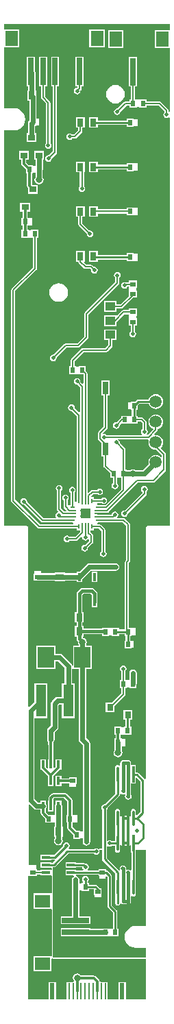
<source format=gtl>
%FSLAX25Y25*%
%MOIN*%
G70*
G01*
G75*
G04 Layer_Physical_Order=1*
G04 Layer_Color=255*
%ADD10C,0.05906*%
%ADD11R,0.02362X0.02756*%
%ADD12R,0.02756X0.02362*%
%ADD13R,0.03150X0.03937*%
%ADD14R,0.03937X0.03150*%
%ADD15R,0.02559X0.02165*%
%ADD16R,0.02165X0.02559*%
%ADD17R,0.03543X0.03150*%
%ADD18R,0.03543X0.03150*%
%ADD19R,0.01575X0.03937*%
%ADD20O,0.01181X0.07874*%
%ADD21R,0.01181X0.07874*%
%ADD22R,0.03937X0.01575*%
%ADD23R,0.02362X0.07874*%
%ADD24R,0.01063X0.07874*%
%ADD25R,0.05118X0.05118*%
%ADD26R,0.00787X0.02362*%
%ADD27R,0.00787X0.03150*%
%ADD28R,0.02362X0.00787*%
%ADD29R,0.03150X0.00787*%
%ADD30R,0.05118X0.15748*%
%ADD31R,0.03150X0.03543*%
%ADD32R,0.03150X0.03543*%
%ADD33R,0.06299X0.07480*%
%ADD34R,0.02756X0.13386*%
%ADD35R,0.02756X0.06102*%
%ADD36R,0.07874X0.10000*%
%ADD37R,0.04724X0.03937*%
%ADD38R,0.07480X0.06299*%
%ADD39R,0.13386X0.02756*%
%ADD40C,0.00787*%
%ADD41C,0.02362*%
%ADD42C,0.01000*%
%ADD43C,0.01575*%
%ADD44C,0.01181*%
%ADD45C,0.01969*%
%ADD46C,0.03150*%
G36*
X62758Y-400322D02*
Y-403924D01*
X62827D01*
Y-412222D01*
X62386Y-412458D01*
X61994Y-412196D01*
X61380Y-412074D01*
X60765Y-412196D01*
X60737Y-412215D01*
X60321Y-411938D01*
X60385Y-411614D01*
X60263Y-411000D01*
X59915Y-410479D01*
X59394Y-410131D01*
X58780Y-410009D01*
X58165Y-410131D01*
X57644Y-410479D01*
X57296Y-411000D01*
X57174Y-411614D01*
X57292Y-412208D01*
X56919Y-412408D01*
X56815D01*
X50954Y-406547D01*
Y-400925D01*
X51395Y-400690D01*
X51686Y-400883D01*
X52300Y-401006D01*
X52915Y-400883D01*
X53435Y-400535D01*
X53451Y-400512D01*
X55057D01*
Y-402743D01*
X55149Y-403204D01*
X55410Y-403595D01*
X55801Y-403856D01*
X56261Y-403947D01*
X56722Y-403856D01*
X57113Y-403595D01*
X57374Y-403204D01*
X57466Y-402743D01*
Y-400356D01*
X57944Y-400211D01*
X57969Y-400248D01*
X58360Y-400509D01*
X58821Y-400601D01*
X61380D01*
X61840Y-400509D01*
X62231Y-400248D01*
X62279Y-400176D01*
X62758Y-400322D01*
D02*
G37*
G36*
X81674Y-3789D02*
X74327D01*
Y-12451D01*
X81674D01*
Y-43597D01*
X81523Y-43697D01*
X81082Y-43462D01*
Y-42795D01*
X81006Y-42411D01*
X80788Y-42086D01*
X77443Y-38740D01*
X77118Y-38523D01*
X76733Y-38447D01*
X70264D01*
Y-37481D01*
X66721D01*
Y-37700D01*
X65539D01*
Y-37481D01*
X64771D01*
Y-31381D01*
X65705D01*
Y-16815D01*
X61768D01*
Y-31381D01*
X62764D01*
Y-37481D01*
X61996D01*
Y-38447D01*
X60117D01*
X59797Y-38510D01*
X59733Y-38523D01*
X59407Y-38740D01*
X56140Y-42008D01*
X55984Y-41977D01*
X55370Y-42099D01*
X54849Y-42447D01*
X54501Y-42968D01*
X54379Y-43583D01*
X54501Y-44197D01*
X54849Y-44718D01*
X55370Y-45066D01*
X55984Y-45188D01*
X56599Y-45066D01*
X57120Y-44718D01*
X57468Y-44197D01*
X57590Y-43583D01*
X57559Y-43427D01*
X60533Y-40453D01*
X61996D01*
Y-41418D01*
X65539D01*
Y-41200D01*
X66721D01*
Y-41418D01*
X70264D01*
Y-40453D01*
X76318D01*
X79075Y-43211D01*
Y-43816D01*
X78943Y-43904D01*
X78595Y-44425D01*
X78473Y-45039D01*
X78595Y-45654D01*
X78943Y-46175D01*
X79464Y-46523D01*
X80079Y-46645D01*
X80693Y-46523D01*
X81214Y-46175D01*
X81674Y-46482D01*
Y-245060D01*
X70866D01*
X70482Y-245136D01*
X70157Y-245354D01*
X69939Y-245679D01*
X69863Y-246063D01*
Y-368008D01*
X69384Y-368154D01*
X69251Y-367954D01*
X66367Y-365071D01*
X66007Y-364829D01*
X65581Y-364745D01*
X65581Y-364745D01*
X65120D01*
Y-361329D01*
X62785D01*
Y-360317D01*
X62678Y-359779D01*
X62373Y-359323D01*
X61917Y-359019D01*
X61380Y-358912D01*
X58821D01*
X58283Y-359019D01*
X57827Y-359323D01*
X57523Y-359779D01*
X57416Y-360317D01*
Y-361331D01*
X56975Y-361566D01*
X56722Y-361398D01*
X56261Y-361306D01*
X55801Y-361398D01*
X55410Y-361659D01*
X55149Y-362050D01*
X55057Y-362510D01*
Y-369203D01*
X55149Y-369664D01*
X55150Y-369665D01*
Y-375089D01*
X49870Y-380368D01*
X49843Y-380363D01*
X49228Y-380485D01*
X48707Y-380833D01*
X48359Y-381354D01*
X48237Y-381968D01*
X48359Y-382583D01*
X48707Y-383104D01*
X48731Y-383120D01*
Y-401961D01*
X47378D01*
X47289Y-401998D01*
X47192Y-401988D01*
X47071Y-402088D01*
X46987Y-402123D01*
X46481Y-401784D01*
X45866Y-401662D01*
X45252Y-401784D01*
X44731Y-402132D01*
X44715Y-402156D01*
X32535D01*
X32390Y-401677D01*
X32435Y-401647D01*
X32783Y-401126D01*
X32905Y-400512D01*
X32783Y-399897D01*
X32435Y-399376D01*
X31914Y-399028D01*
X31299Y-398906D01*
X30685Y-399028D01*
X30164Y-399376D01*
X29816Y-399897D01*
X29694Y-400512D01*
X29706Y-400572D01*
X25270Y-405008D01*
X23837D01*
Y-404742D01*
X18719D01*
Y-407498D01*
X23837D01*
Y-407232D01*
X25621D01*
X25813Y-407694D01*
X24758Y-408748D01*
X23837D01*
Y-408482D01*
X18719D01*
Y-411238D01*
X23837D01*
D01*
X23837D01*
X24161Y-411562D01*
Y-412222D01*
X24161D01*
X23837D01*
X23807Y-412222D01*
X23807Y-412222D01*
Y-412222D01*
X18719D01*
Y-412579D01*
X16869D01*
Y-411810D01*
X16650D01*
Y-410020D01*
X13168D01*
X13168Y-410020D01*
Y-410020D01*
X13150Y-410020D01*
X13131D01*
X12822Y-380470D01*
X13282Y-380276D01*
X15526Y-382520D01*
X16112Y-382912D01*
X16804Y-383049D01*
X18622D01*
Y-383802D01*
X18796D01*
Y-384693D01*
X18796Y-384693D01*
X18887Y-385154D01*
X19149Y-385544D01*
X20956Y-387352D01*
Y-389389D01*
X24500D01*
Y-389171D01*
X25634D01*
Y-391072D01*
X25271D01*
Y-396190D01*
X25634D01*
Y-396892D01*
X25401Y-397242D01*
X25233Y-398087D01*
X25401Y-398931D01*
X25879Y-399648D01*
X26596Y-400126D01*
X27441Y-400294D01*
X28285Y-400126D01*
X29002Y-399648D01*
X29480Y-398931D01*
X29648Y-398087D01*
X29480Y-397242D01*
X29247Y-396892D01*
Y-396190D01*
X29602D01*
Y-391072D01*
X29247D01*
Y-381283D01*
X29109Y-380592D01*
X28858Y-380216D01*
Y-378684D01*
X26102D01*
Y-380097D01*
X25772Y-380592D01*
X25634Y-381283D01*
Y-385671D01*
X24500D01*
Y-385452D01*
X22463D01*
X21204Y-384194D01*
Y-383802D01*
X21378D01*
Y-382370D01*
X21669Y-381934D01*
X21806Y-381243D01*
X21669Y-380552D01*
X21378Y-380116D01*
Y-378684D01*
X18622D01*
Y-379437D01*
X17552D01*
X15783Y-377667D01*
Y-338438D01*
X22018D01*
Y-321508D01*
X15719D01*
Y-330568D01*
X13276Y-333011D01*
X12815Y-332819D01*
Y-246063D01*
X12738Y-245679D01*
X12521Y-245354D01*
X12195Y-245136D01*
X11811Y-245060D01*
X1003D01*
Y-52578D01*
X5906D01*
Y-52605D01*
X7293Y-52422D01*
X8586Y-51887D01*
X9696Y-51035D01*
X10548Y-49924D01*
X11084Y-48632D01*
X11266Y-47244D01*
X11084Y-45857D01*
X10548Y-44564D01*
X9696Y-43453D01*
X8586Y-42601D01*
X7293Y-42066D01*
X5906Y-41883D01*
Y-41910D01*
X1003D01*
Y-12380D01*
X8427D01*
Y-3718D01*
X1003D01*
Y-1003D01*
X81674D01*
Y-3789D01*
D02*
G37*
G36*
X67353Y-369201D02*
Y-383969D01*
X65605Y-385717D01*
X65143Y-385526D01*
Y-383770D01*
X65051Y-383309D01*
X64790Y-382919D01*
X64400Y-382658D01*
X63939Y-382566D01*
X63478Y-382658D01*
X63087Y-382919D01*
X62826Y-383309D01*
X62735Y-383770D01*
Y-386157D01*
X62256Y-386302D01*
X62231Y-386265D01*
X61840Y-386004D01*
X61380Y-385912D01*
X58821D01*
X58360Y-386004D01*
X57969Y-386265D01*
X57944Y-386302D01*
X57466Y-386157D01*
Y-383770D01*
X57374Y-383309D01*
X57113Y-382919D01*
X56722Y-382658D01*
X56261Y-382566D01*
X55801Y-382658D01*
X55410Y-382919D01*
X55149Y-383309D01*
X55057Y-383770D01*
Y-390463D01*
X55149Y-390924D01*
X55150Y-390925D01*
Y-395588D01*
X55149Y-395589D01*
X55057Y-396050D01*
Y-398288D01*
X53451D01*
X53435Y-398265D01*
X52915Y-397917D01*
X52300Y-397794D01*
X51686Y-397917D01*
X51395Y-398110D01*
X50954Y-397875D01*
Y-383120D01*
X50978Y-383104D01*
X51326Y-382583D01*
X51448Y-381968D01*
X51443Y-381941D01*
X57048Y-376336D01*
X57289Y-375975D01*
X57373Y-375550D01*
X57373Y-375549D01*
Y-375474D01*
X57814Y-375239D01*
X58204Y-375499D01*
X58819Y-375621D01*
X59433Y-375499D01*
X59534Y-375432D01*
X59975Y-375668D01*
D01*
X59896Y-375880D01*
Y-375880D01*
X59774Y-376494D01*
X59896Y-377109D01*
X60244Y-377630D01*
X60765Y-377978D01*
X61380Y-378100D01*
X61994Y-377978D01*
X62515Y-377630D01*
X62863Y-377109D01*
X62985Y-376494D01*
X62863Y-375880D01*
X62785Y-375763D01*
Y-370384D01*
X65120D01*
Y-367622D01*
X65582Y-367430D01*
X67353Y-369201D01*
D02*
G37*
G36*
X69863Y-439548D02*
X64961D01*
Y-439521D01*
X63573Y-439704D01*
X62280Y-440239D01*
X61170Y-441091D01*
X60318Y-442202D01*
X59782Y-443495D01*
X59600Y-444882D01*
X59782Y-446270D01*
X60318Y-447563D01*
X61170Y-448673D01*
X62280Y-449525D01*
X63573Y-450060D01*
X64961Y-450243D01*
Y-450216D01*
X69863D01*
Y-454800D01*
X24900D01*
X24800Y-454700D01*
Y-410972D01*
X25219D01*
X25219Y-410972D01*
X25644Y-410887D01*
X26005Y-410646D01*
X32272Y-404380D01*
X44715D01*
X44731Y-404403D01*
X45252Y-404751D01*
X45866Y-404873D01*
X46481Y-404751D01*
X47001Y-404403D01*
X47350Y-403882D01*
X47472Y-403268D01*
X47350Y-402653D01*
X47378Y-402600D01*
X48731D01*
Y-407008D01*
X48731Y-407008D01*
X48815Y-407433D01*
X49056Y-407794D01*
X55150Y-413888D01*
Y-416848D01*
X55149Y-416849D01*
X55057Y-417310D01*
Y-424003D01*
X55149Y-424464D01*
X55150Y-424465D01*
Y-428624D01*
X55234Y-429049D01*
X55475Y-429410D01*
X55836Y-429651D01*
X56261Y-429736D01*
X56687Y-429651D01*
X57048Y-429410D01*
X57289Y-429049D01*
X57302Y-428982D01*
X57827Y-428631D01*
X58283Y-428936D01*
X58821Y-429043D01*
X61380D01*
X61917Y-428936D01*
X62373Y-428631D01*
X62678Y-428175D01*
X62785Y-427638D01*
X62785Y-427638D01*
X62785Y-427638D01*
Y-427638D01*
Y-425183D01*
X63226Y-424947D01*
X63478Y-425116D01*
X63939Y-425207D01*
X64400Y-425116D01*
X64790Y-424855D01*
X65051Y-424464D01*
X65143Y-424003D01*
Y-417310D01*
X65051Y-416849D01*
X65051Y-416848D01*
Y-403924D01*
X65120D01*
Y-402600D01*
X69863D01*
Y-439548D01*
D02*
G37*
G36*
X18719Y-414978D02*
X23807D01*
X24161Y-415332D01*
Y-423717D01*
X24161D01*
X24131D01*
X23807Y-423717D01*
X23807Y-423717D01*
Y-423717D01*
X15469D01*
Y-431197D01*
X23807D01*
X24161Y-431551D01*
Y-454150D01*
X24161D01*
X24131D01*
X23807Y-454150D01*
X23807Y-454150D01*
Y-454150D01*
X15469D01*
Y-461630D01*
X24131D01*
Y-455571D01*
X24546Y-455293D01*
X24900Y-455439D01*
X69863D01*
Y-475375D01*
X60210D01*
Y-466812D01*
X56666D01*
Y-475375D01*
X51410D01*
Y-466812D01*
X48673D01*
X47556Y-466589D01*
X47464Y-466128D01*
X47203Y-465737D01*
X47203Y-465737D01*
X45496Y-464030D01*
X45105Y-463769D01*
X44644Y-463678D01*
X44644Y-463678D01*
X38360D01*
X38122Y-463321D01*
X37406Y-462842D01*
X36561Y-462674D01*
X35716Y-462842D01*
X35000Y-463321D01*
X34521Y-464037D01*
X34353Y-464882D01*
X34521Y-465727D01*
X34952Y-466371D01*
X34716Y-466812D01*
X31450D01*
Y-475375D01*
X26194D01*
Y-466812D01*
X22650D01*
Y-475375D01*
X12815D01*
Y-415354D01*
X12815D01*
X12932D01*
X13168Y-415354D01*
X13168Y-415354D01*
Y-415354D01*
X16869D01*
Y-414586D01*
X18719D01*
Y-414978D01*
D02*
G37*
%LPC*%
G36*
X56063Y-121505D02*
X55449Y-121627D01*
X54928Y-121975D01*
X54580Y-122496D01*
X54457Y-123110D01*
X54580Y-123725D01*
X54928Y-124246D01*
X55059Y-124334D01*
Y-126395D01*
X40353Y-141101D01*
X40136Y-141427D01*
X40060Y-141811D01*
Y-152813D01*
X36514Y-156359D01*
X30827D01*
X30443Y-156435D01*
X30335Y-156507D01*
X30117Y-156653D01*
X25037Y-161732D01*
X24882Y-161701D01*
X24267Y-161824D01*
X23746Y-162172D01*
X23399Y-162693D01*
X23276Y-163307D01*
X23399Y-163922D01*
X23746Y-164443D01*
X24267Y-164790D01*
X24882Y-164913D01*
X25496Y-164790D01*
X26017Y-164443D01*
X26365Y-163922D01*
X26487Y-163307D01*
X26457Y-163152D01*
X31242Y-158366D01*
X36929D01*
X37313Y-158289D01*
X37639Y-158072D01*
X41773Y-153938D01*
X41990Y-153612D01*
X42066Y-153228D01*
X42066Y-153228D01*
X42066Y-153228D01*
Y-153228D01*
Y-142227D01*
X56773Y-127521D01*
X56918Y-127303D01*
X56990Y-127195D01*
X57067Y-126811D01*
Y-124334D01*
X57198Y-124246D01*
X57546Y-123725D01*
X57669Y-123110D01*
X57546Y-122496D01*
X57198Y-121975D01*
X56677Y-121627D01*
X56063Y-121505D01*
D02*
G37*
G36*
X13532Y-87746D02*
X8808D01*
Y-92077D01*
X9966D01*
Y-95082D01*
X9398D01*
Y-99019D01*
X9966D01*
Y-101031D01*
X9398D01*
Y-104969D01*
X12942D01*
Y-104750D01*
X14123D01*
Y-104969D01*
X14891D01*
Y-119438D01*
X4763Y-129566D01*
X4545Y-129892D01*
X4469Y-130276D01*
Y-232756D01*
X4469Y-232756D01*
X4469D01*
X4545Y-233140D01*
X4763Y-233466D01*
X17359Y-246062D01*
X17685Y-246279D01*
X17749Y-246292D01*
X18069Y-246356D01*
X36361D01*
Y-247124D01*
X37916D01*
Y-247909D01*
X35529Y-250296D01*
X32798D01*
X32710Y-250164D01*
X32189Y-249816D01*
X31575Y-249694D01*
X30960Y-249816D01*
X30439Y-250164D01*
X30091Y-250685D01*
X29969Y-251299D01*
X30091Y-251914D01*
X30439Y-252435D01*
X30960Y-252783D01*
X31575Y-252905D01*
X32189Y-252783D01*
X32710Y-252435D01*
X32798Y-252303D01*
X35945D01*
X36329Y-252226D01*
X36654Y-252009D01*
X38468Y-250195D01*
X38909Y-250431D01*
X38889Y-250534D01*
X39011Y-251148D01*
X39359Y-251669D01*
X39880Y-252017D01*
X40494Y-252139D01*
X41109Y-252017D01*
X41630Y-251669D01*
X41746Y-251495D01*
X42225Y-251640D01*
Y-252380D01*
X40313Y-254291D01*
X40157Y-254260D01*
X39543Y-254383D01*
X39022Y-254731D01*
X38674Y-255252D01*
X38552Y-255866D01*
X38674Y-256481D01*
X39022Y-257001D01*
X39543Y-257350D01*
X40157Y-257472D01*
X40772Y-257350D01*
X41293Y-257001D01*
X41641Y-256481D01*
X41763Y-255866D01*
X41732Y-255711D01*
X43938Y-253505D01*
X44155Y-253179D01*
X44232Y-252795D01*
X44232Y-252795D01*
X44232Y-252795D01*
Y-252795D01*
Y-249685D01*
X44168Y-249365D01*
X44155Y-249301D01*
X43938Y-248975D01*
X43073Y-248110D01*
Y-247124D01*
X44628D01*
Y-246356D01*
X47141D01*
X48209Y-247424D01*
Y-257320D01*
X48077Y-257408D01*
X47729Y-257929D01*
X47607Y-258543D01*
X47729Y-259158D01*
X48077Y-259679D01*
X48598Y-260027D01*
X49213Y-260149D01*
X49827Y-260027D01*
X50348Y-259679D01*
X50696Y-259158D01*
X50818Y-258543D01*
X50696Y-257929D01*
X50348Y-257408D01*
X50216Y-257320D01*
Y-247008D01*
X50140Y-246624D01*
X49922Y-246298D01*
X48267Y-244643D01*
X47941Y-244425D01*
X47557Y-244349D01*
X46400D01*
Y-243522D01*
X46786Y-243205D01*
X46794Y-243206D01*
X58716D01*
X60264Y-244754D01*
Y-261564D01*
X60075Y-261753D01*
X59857Y-262079D01*
X59781Y-262463D01*
Y-294492D01*
X59496D01*
Y-295356D01*
X56854D01*
Y-294492D01*
X53311D01*
Y-294710D01*
X52129D01*
Y-294492D01*
X48586D01*
Y-294828D01*
X39772D01*
Y-293711D01*
X38975D01*
Y-292049D01*
X39732D01*
Y-286931D01*
X38975D01*
Y-282032D01*
Y-278563D01*
X39598Y-277940D01*
X42961D01*
X43645Y-278624D01*
Y-282032D01*
X43672Y-282168D01*
Y-284591D01*
X46428D01*
Y-282168D01*
X46455Y-282032D01*
Y-278042D01*
X46348Y-277505D01*
X46044Y-277049D01*
X44537Y-275542D01*
X44081Y-275237D01*
X43543Y-275131D01*
X39016D01*
X38478Y-275237D01*
X38022Y-275542D01*
X36576Y-276988D01*
X36272Y-277444D01*
X36165Y-277981D01*
Y-282032D01*
Y-286931D01*
X35401D01*
Y-292049D01*
X36165D01*
Y-293711D01*
X35441D01*
Y-298829D01*
X36202D01*
Y-300038D01*
X36309Y-300576D01*
X36613Y-301032D01*
X36879Y-301298D01*
X36847Y-301457D01*
X37015Y-302302D01*
X37234Y-302628D01*
Y-303369D01*
X34512D01*
Y-312801D01*
X34015Y-312850D01*
X33923Y-312390D01*
X33532Y-311804D01*
X29410Y-307683D01*
X28824Y-307291D01*
X28133Y-307154D01*
X25851D01*
Y-303369D01*
X16796D01*
Y-314551D01*
X25851D01*
Y-310766D01*
X27385D01*
X30448Y-313829D01*
Y-321508D01*
X29105D01*
Y-328167D01*
X26996D01*
X26304Y-328304D01*
X25718Y-328696D01*
X24274Y-330140D01*
X23882Y-330726D01*
X23745Y-331417D01*
Y-342063D01*
X22463Y-343345D01*
X22071Y-343931D01*
X21934Y-344622D01*
Y-348858D01*
X22071Y-349550D01*
X22362Y-349985D01*
Y-351417D01*
X22536D01*
Y-358504D01*
X22362D01*
Y-362620D01*
X21900Y-362812D01*
X21378Y-362289D01*
Y-358504D01*
X18622D01*
Y-363622D01*
X19305D01*
X22362Y-366680D01*
Y-371597D01*
X25118D01*
Y-366680D01*
X28176Y-363622D01*
X28858D01*
Y-358504D01*
X26102D01*
Y-362289D01*
X25580Y-362812D01*
X25118Y-362620D01*
Y-358504D01*
X24944D01*
Y-351417D01*
X25118D01*
Y-349985D01*
X25409Y-349550D01*
X25547Y-348858D01*
Y-345371D01*
X26829Y-344089D01*
X27220Y-343503D01*
X27358Y-342811D01*
X27358Y-342811D01*
X27358Y-342811D01*
Y-342811D01*
Y-332166D01*
X27744Y-331779D01*
X29105D01*
Y-338438D01*
X35404D01*
Y-321508D01*
X34061D01*
Y-314551D01*
X34512D01*
Y-314551D01*
X37234D01*
Y-348804D01*
X37234Y-348804D01*
X37234D01*
X37371Y-349495D01*
X37763Y-350081D01*
X39206Y-351524D01*
Y-393451D01*
X38060D01*
Y-393232D01*
X36022D01*
X34172Y-391382D01*
Y-389399D01*
X34740D01*
Y-389181D01*
X36530D01*
Y-385681D01*
X34740D01*
Y-385462D01*
X34172D01*
Y-378496D01*
X34172Y-378496D01*
X34080Y-378035D01*
X33819Y-377644D01*
X33819Y-377644D01*
X31402Y-375227D01*
X31012Y-374966D01*
X30551Y-374874D01*
X30551Y-374874D01*
X24961D01*
X24500Y-374966D01*
X24344Y-375071D01*
X24110Y-375227D01*
X24110Y-375227D01*
X22889Y-376448D01*
X22628Y-376839D01*
X22536Y-377299D01*
X22536Y-377300D01*
Y-378684D01*
X22362D01*
Y-383802D01*
X25118D01*
Y-378684D01*
X24944D01*
Y-377798D01*
X25460Y-377283D01*
X30052D01*
X31764Y-378995D01*
Y-385462D01*
X31196D01*
Y-389399D01*
X31764D01*
Y-391881D01*
X31764Y-391881D01*
X31855Y-392341D01*
X32116Y-392732D01*
X34516Y-395132D01*
Y-397169D01*
X38060D01*
Y-396951D01*
X39206D01*
Y-398729D01*
X39344Y-399420D01*
X39735Y-400006D01*
X40321Y-400398D01*
X41012Y-400535D01*
X41704Y-400398D01*
X42290Y-400006D01*
X42681Y-399420D01*
X42819Y-398729D01*
Y-395201D01*
Y-350776D01*
X42681Y-350085D01*
X42290Y-349499D01*
X40846Y-348056D01*
Y-314551D01*
X43568D01*
Y-303369D01*
X40846D01*
Y-302673D01*
X41095Y-302302D01*
X41263Y-301457D01*
X41095Y-300612D01*
X40616Y-299896D01*
X39900Y-299417D01*
X39055Y-299249D01*
D01*
Y-299183D01*
X39409Y-298829D01*
X39772D01*
Y-297638D01*
X48586D01*
Y-298429D01*
X52129D01*
Y-298210D01*
X53311D01*
Y-298429D01*
X56854D01*
Y-297580D01*
X59496D01*
Y-298429D01*
X60148D01*
Y-300810D01*
X59587D01*
Y-304550D01*
X62933D01*
Y-304330D01*
X64128D01*
Y-301030D01*
X62933D01*
Y-300810D01*
X62372D01*
Y-298429D01*
X63039D01*
Y-298210D01*
X64830D01*
Y-294710D01*
X63039D01*
Y-294492D01*
X61788D01*
Y-262879D01*
X61977Y-262689D01*
X62123Y-262472D01*
X62195Y-262364D01*
X62271Y-261980D01*
Y-244339D01*
X62208Y-244018D01*
X62195Y-243955D01*
X61977Y-243629D01*
X59841Y-241493D01*
X59516Y-241276D01*
X59132Y-241199D01*
X56362D01*
X56057Y-240742D01*
X56405Y-240221D01*
X56527Y-239606D01*
X56405Y-238992D01*
X56057Y-238471D01*
X55536Y-238123D01*
X54921Y-238001D01*
X54307Y-238123D01*
X53786Y-238471D01*
X53438Y-238992D01*
X53316Y-239606D01*
X53301Y-239624D01*
X46400D01*
Y-238482D01*
X51144D01*
X51528Y-238405D01*
X51853Y-238188D01*
X66124Y-223917D01*
X73543D01*
X73927Y-223840D01*
X74253Y-223623D01*
X79457Y-218419D01*
X79674Y-218094D01*
X79751Y-217710D01*
X79751Y-217710D01*
X79751Y-217710D01*
Y-217710D01*
Y-210115D01*
X79687Y-209794D01*
X79674Y-209731D01*
X79457Y-209405D01*
X77310Y-207258D01*
X77337Y-206846D01*
X77905Y-206106D01*
X78262Y-205244D01*
X78384Y-204319D01*
X78262Y-203394D01*
X77905Y-202532D01*
X77337Y-201792D01*
X76597Y-201224D01*
X75735Y-200867D01*
X74810Y-200745D01*
X74264Y-200817D01*
X74043Y-200369D01*
X75520Y-198892D01*
X75737Y-198566D01*
X75814Y-198182D01*
X75814Y-198182D01*
X75814Y-198182D01*
Y-198182D01*
Y-197760D01*
X76597Y-197435D01*
X77337Y-196867D01*
X77905Y-196127D01*
X78262Y-195265D01*
X78384Y-194340D01*
X78262Y-193415D01*
X77905Y-192553D01*
X77337Y-191813D01*
X76597Y-191245D01*
X75735Y-190888D01*
X74810Y-190766D01*
X73885Y-190888D01*
X73023Y-191245D01*
X72283Y-191813D01*
X71715Y-192553D01*
X71358Y-193415D01*
X71236Y-194340D01*
X71358Y-195265D01*
X71715Y-196127D01*
X72283Y-196867D01*
X73023Y-197435D01*
X73396Y-197589D01*
X73493Y-198080D01*
X70907Y-200666D01*
X70422Y-200544D01*
X70357Y-200329D01*
X70387Y-200309D01*
X70735Y-199788D01*
X70858Y-199173D01*
X70735Y-198559D01*
X70387Y-198038D01*
X70256Y-197950D01*
Y-194528D01*
X70179Y-194143D01*
X69962Y-193818D01*
X68714Y-192571D01*
X68389Y-192353D01*
X68005Y-192277D01*
X66091D01*
Y-191411D01*
X65332D01*
Y-188450D01*
X65894D01*
Y-186479D01*
X66741Y-185632D01*
X71435D01*
X71715Y-186307D01*
X72283Y-187047D01*
X73023Y-187615D01*
X73885Y-187972D01*
X74810Y-188094D01*
X75735Y-187972D01*
X76597Y-187615D01*
X77337Y-187047D01*
X77905Y-186307D01*
X78262Y-185445D01*
X78384Y-184520D01*
X78262Y-183595D01*
X77905Y-182733D01*
X77337Y-181993D01*
X76597Y-181425D01*
X75735Y-181068D01*
X74810Y-180946D01*
X73885Y-181068D01*
X73023Y-181425D01*
X72283Y-181993D01*
X71715Y-182733D01*
X71435Y-183408D01*
X66280D01*
X66280Y-183408D01*
X65855Y-183493D01*
X65494Y-183734D01*
X64518Y-184710D01*
X62547D01*
Y-184930D01*
X61352D01*
Y-188230D01*
X62547D01*
Y-188450D01*
X63108D01*
Y-191411D01*
X62548D01*
Y-191630D01*
X61367D01*
Y-191411D01*
X57824D01*
Y-192576D01*
X57682Y-192670D01*
X55746Y-194606D01*
X55590Y-194576D01*
X54976Y-194698D01*
X54455Y-195046D01*
X54107Y-195567D01*
X53985Y-196181D01*
X54107Y-196796D01*
X54455Y-197317D01*
X54976Y-197664D01*
X55590Y-197787D01*
X56205Y-197664D01*
X56726Y-197317D01*
X57074Y-196796D01*
X57196Y-196181D01*
X57165Y-196026D01*
X57842Y-195349D01*
X61367D01*
Y-195130D01*
X62548D01*
Y-195349D01*
X66091D01*
Y-194284D01*
X67589D01*
X68248Y-194943D01*
Y-197950D01*
X68117Y-198038D01*
X67769Y-198559D01*
X67646Y-199173D01*
X67769Y-199788D01*
X68117Y-200309D01*
X68147Y-200329D01*
X68002Y-200807D01*
X50869D01*
X50781Y-200676D01*
X50260Y-200328D01*
X49646Y-200205D01*
X49352Y-200264D01*
X49116Y-199823D01*
X51103Y-197836D01*
X51321Y-197510D01*
X51397Y-197126D01*
X51397Y-197126D01*
X51397Y-197126D01*
Y-197126D01*
Y-181595D01*
X52362D01*
Y-174311D01*
X48425D01*
Y-181595D01*
X49390D01*
Y-196710D01*
X46968Y-199133D01*
X46750Y-199459D01*
X46674Y-199843D01*
Y-202626D01*
X46674Y-202626D01*
X46674D01*
X46750Y-203010D01*
X46968Y-203336D01*
X48425Y-204794D01*
Y-211319D01*
X49390D01*
Y-215776D01*
X49467Y-216160D01*
X49684Y-216486D01*
X52526Y-219328D01*
Y-221649D01*
X53918D01*
Y-224249D01*
X53786Y-224337D01*
X53438Y-224858D01*
X53316Y-225472D01*
X53438Y-226087D01*
X53786Y-226608D01*
X54307Y-226956D01*
X54921Y-227078D01*
X55536Y-226956D01*
X56057Y-226608D01*
X56405Y-226087D01*
X56527Y-225472D01*
X56405Y-224858D01*
X56057Y-224337D01*
X55925Y-224249D01*
Y-221649D01*
X56069D01*
Y-221430D01*
X57250D01*
Y-221649D01*
X58019D01*
Y-227216D01*
X50334Y-234900D01*
X46794D01*
X46786Y-234901D01*
X46400Y-234584D01*
Y-233757D01*
X48263D01*
X48351Y-233889D01*
X48872Y-234237D01*
X49486Y-234360D01*
X50101Y-234237D01*
X50621Y-233889D01*
X50970Y-233368D01*
X51092Y-232754D01*
X50970Y-232139D01*
X50621Y-231618D01*
X50101Y-231270D01*
X49486Y-231148D01*
X48872Y-231270D01*
X48351Y-231618D01*
X48263Y-231750D01*
X44628D01*
Y-230982D01*
X43413D01*
X43222Y-230520D01*
X44274Y-229468D01*
X46296D01*
X46384Y-229600D01*
X46905Y-229948D01*
X47520Y-230070D01*
X48134Y-229948D01*
X48655Y-229600D01*
X49003Y-229079D01*
X49125Y-228465D01*
X49003Y-227850D01*
X48655Y-227329D01*
X48134Y-226981D01*
X47520Y-226859D01*
X46905Y-226981D01*
X46384Y-227329D01*
X46296Y-227461D01*
X43858D01*
X43474Y-227537D01*
X43149Y-227755D01*
X41960Y-228944D01*
X41498Y-228752D01*
Y-170852D01*
X41422Y-170468D01*
X41204Y-170143D01*
X40754Y-169692D01*
Y-167371D01*
X37211D01*
Y-167590D01*
X36029D01*
Y-167371D01*
X35261D01*
Y-164898D01*
X39746Y-160413D01*
X50669D01*
X51053Y-160337D01*
X51379Y-160119D01*
X53426Y-158072D01*
X53571Y-157854D01*
X53644Y-157746D01*
X53720Y-157362D01*
Y-154629D01*
X55669D01*
Y-149511D01*
X49764D01*
Y-154629D01*
X51713D01*
Y-156947D01*
X50254Y-158406D01*
X39331D01*
X38947Y-158482D01*
X38621Y-158700D01*
X33548Y-163773D01*
X33331Y-164098D01*
X33254Y-164482D01*
Y-167371D01*
X32486D01*
Y-171309D01*
X36029D01*
Y-171090D01*
X37211D01*
Y-171309D01*
X39491D01*
Y-175607D01*
X39029Y-175799D01*
X38071Y-174841D01*
X38102Y-174685D01*
X37980Y-174071D01*
X37631Y-173550D01*
X37110Y-173202D01*
X36496Y-173079D01*
X35882Y-173202D01*
X35361Y-173550D01*
X35013Y-174071D01*
X34890Y-174685D01*
X35013Y-175300D01*
X35361Y-175820D01*
X35882Y-176169D01*
X36496Y-176291D01*
X36652Y-176260D01*
X37916Y-177524D01*
Y-189623D01*
X37454Y-189814D01*
X35315Y-187675D01*
X35346Y-187520D01*
X35224Y-186905D01*
X34876Y-186384D01*
X34355Y-186036D01*
X33740Y-185914D01*
X33126Y-186036D01*
X32605Y-186384D01*
X32257Y-186905D01*
X32135Y-187520D01*
X32257Y-188134D01*
X32605Y-188655D01*
X33126Y-189003D01*
X33740Y-189125D01*
X33896Y-189094D01*
X36341Y-191540D01*
Y-232754D01*
X36343Y-232761D01*
X36026Y-233148D01*
X35199D01*
Y-228765D01*
X35331Y-228677D01*
X35679Y-228156D01*
X35801Y-227542D01*
X35679Y-226927D01*
X35331Y-226406D01*
X34810Y-226058D01*
X34195Y-225936D01*
X33581Y-226058D01*
X33060Y-226406D01*
X32712Y-226927D01*
X32590Y-227542D01*
X32712Y-228156D01*
X33060Y-228677D01*
X33192Y-228765D01*
Y-234919D01*
X32424D01*
Y-235154D01*
X32246Y-235228D01*
X31830Y-234950D01*
Y-232601D01*
X31962Y-232513D01*
X32310Y-231992D01*
X32432Y-231378D01*
X32310Y-230764D01*
X31962Y-230243D01*
X31441Y-229894D01*
X30827Y-229772D01*
X30212Y-229894D01*
X29691Y-230243D01*
X29343Y-230764D01*
X29221Y-231378D01*
X29343Y-231992D01*
X29691Y-232513D01*
X29823Y-232601D01*
Y-235630D01*
X29823Y-235630D01*
X29823D01*
X29900Y-236014D01*
X30117Y-236339D01*
X31365Y-237588D01*
X31174Y-238050D01*
X30217D01*
X28720Y-236553D01*
Y-227916D01*
X28852Y-227828D01*
X29200Y-227307D01*
X29322Y-226693D01*
X29200Y-226079D01*
X28852Y-225557D01*
X28331Y-225209D01*
X27716Y-225087D01*
X27102Y-225209D01*
X26581Y-225557D01*
X26233Y-226079D01*
X26111Y-226693D01*
X26233Y-227307D01*
X26581Y-227828D01*
X26713Y-227916D01*
Y-236968D01*
X26789Y-237353D01*
X27007Y-237678D01*
X27282Y-237953D01*
X27136Y-238431D01*
X26905Y-238477D01*
X26384Y-238825D01*
X26036Y-239346D01*
X25914Y-239961D01*
X26036Y-240575D01*
X26159Y-240758D01*
X25923Y-241199D01*
X20099D01*
X12165Y-233266D01*
X12196Y-233110D01*
X12074Y-232496D01*
X11726Y-231975D01*
X11205Y-231627D01*
X10591Y-231505D01*
X9976Y-231627D01*
X9455Y-231975D01*
X9107Y-232496D01*
X8985Y-233110D01*
X9107Y-233725D01*
X9455Y-234246D01*
X9976Y-234594D01*
X10591Y-234716D01*
X10746Y-234685D01*
X18973Y-242912D01*
X19299Y-243130D01*
X19363Y-243143D01*
X19683Y-243206D01*
X34195D01*
X34203Y-243205D01*
X34589Y-243522D01*
Y-244349D01*
X18485D01*
X6476Y-232340D01*
Y-130691D01*
X16604Y-120563D01*
X16821Y-120238D01*
X16898Y-119854D01*
Y-104969D01*
X17666D01*
Y-101031D01*
X14123D01*
Y-101250D01*
X12942D01*
Y-101031D01*
X12374D01*
Y-99019D01*
X12942D01*
Y-98800D01*
X14732D01*
Y-95300D01*
X12942D01*
Y-95082D01*
X12374D01*
Y-92077D01*
X13532D01*
Y-87746D01*
D02*
G37*
G36*
X69252Y-225599D02*
X68638Y-225721D01*
X68117Y-226069D01*
X67769Y-226590D01*
X67646Y-227205D01*
X67769Y-227819D01*
X68117Y-228340D01*
X68248Y-228428D01*
Y-228954D01*
X59762Y-237441D01*
X59606Y-237410D01*
X58992Y-237532D01*
X58471Y-237880D01*
X58123Y-238401D01*
X58001Y-239016D01*
X58123Y-239630D01*
X58471Y-240151D01*
X58992Y-240499D01*
X59606Y-240621D01*
X60221Y-240499D01*
X60742Y-240151D01*
X61090Y-239630D01*
X61212Y-239016D01*
X61181Y-238860D01*
X69962Y-230080D01*
X70179Y-229754D01*
X70256Y-229370D01*
X70256Y-229370D01*
X70256Y-229370D01*
Y-229370D01*
Y-228428D01*
X70387Y-228340D01*
X70735Y-227819D01*
X70858Y-227205D01*
X70735Y-226590D01*
X70387Y-226069D01*
X69866Y-225721D01*
X69252Y-225599D01*
D02*
G37*
G36*
X65518Y-125716D02*
X61581D01*
Y-126484D01*
X60128D01*
X60036Y-126503D01*
X59595Y-126415D01*
X58981Y-126537D01*
X58460Y-126885D01*
X58112Y-127406D01*
X57990Y-128021D01*
X58112Y-128635D01*
X58460Y-129156D01*
X58981Y-129504D01*
X59595Y-129626D01*
X60210Y-129504D01*
X60731Y-129156D01*
X61079Y-128635D01*
X61084Y-128610D01*
X61581Y-128658D01*
Y-129259D01*
X61800D01*
Y-130441D01*
X61581D01*
Y-133377D01*
X57672Y-137287D01*
X55669D01*
Y-135731D01*
X49764D01*
Y-140849D01*
X55669D01*
Y-139294D01*
X58088D01*
X58472Y-139217D01*
X58797Y-139000D01*
X63813Y-133984D01*
X65518D01*
Y-130441D01*
X65300D01*
Y-129259D01*
X65518D01*
Y-125716D01*
D02*
G37*
G36*
X27559Y-126929D02*
X26377Y-127085D01*
X25276Y-127541D01*
X24330Y-128267D01*
X23604Y-129213D01*
X23148Y-130314D01*
X22992Y-131496D01*
X23148Y-132678D01*
X23604Y-133779D01*
X24330Y-134725D01*
X25276Y-135451D01*
X26377Y-135907D01*
X27559Y-136063D01*
X28741Y-135907D01*
X29842Y-135451D01*
X30788Y-134725D01*
X31514Y-133779D01*
X31970Y-132678D01*
X32126Y-131496D01*
X31970Y-130314D01*
X31514Y-129213D01*
X30788Y-128267D01*
X29842Y-127541D01*
X28741Y-127085D01*
X27559Y-126929D01*
D02*
G37*
G36*
X65518Y-139296D02*
X61581D01*
Y-140064D01*
X59060D01*
X58676Y-140141D01*
X58568Y-140213D01*
X58350Y-140358D01*
X55965Y-142744D01*
X55669Y-142621D01*
Y-142621D01*
X55669Y-142621D01*
X49764D01*
Y-147739D01*
X55669D01*
Y-145878D01*
X59476Y-142071D01*
X61581D01*
Y-142840D01*
X61800D01*
Y-144021D01*
X61581D01*
Y-147564D01*
X62618D01*
Y-150391D01*
X62487Y-150479D01*
X62139Y-151000D01*
X62016Y-151614D01*
X62139Y-152229D01*
X62487Y-152750D01*
X63008Y-153098D01*
X63622Y-153220D01*
X64236Y-153098D01*
X64757Y-152750D01*
X65105Y-152229D01*
X65228Y-151614D01*
X65105Y-151000D01*
X64757Y-150479D01*
X64626Y-150391D01*
Y-147564D01*
X65518D01*
Y-144021D01*
X65300D01*
Y-142840D01*
X65518D01*
Y-139296D01*
D02*
G37*
G36*
X63357Y-334574D02*
X59026D01*
Y-339298D01*
X59990D01*
Y-342697D01*
X59331D01*
Y-342916D01*
X58149D01*
Y-342697D01*
X54606D01*
Y-346634D01*
X55174D01*
Y-348387D01*
X54696D01*
Y-349877D01*
X54611Y-350305D01*
Y-354082D01*
X54378Y-354431D01*
X54210Y-355276D01*
X54378Y-356120D01*
X54856Y-356837D01*
X55572Y-357315D01*
X56417Y-357483D01*
X57262Y-357315D01*
X57978Y-356837D01*
X58457Y-356120D01*
X58625Y-355276D01*
X58457Y-354431D01*
X58224Y-354082D01*
Y-352324D01*
X58239D01*
Y-352106D01*
X60030D01*
Y-348606D01*
X58239D01*
Y-348387D01*
X57582D01*
Y-346634D01*
X58149D01*
Y-346416D01*
X59331D01*
Y-346634D01*
X62874D01*
Y-342697D01*
X62214D01*
Y-339298D01*
X63357D01*
Y-334574D01*
D02*
G37*
G36*
X28858Y-366479D02*
X26102D01*
Y-371597D01*
X28858D01*
Y-370243D01*
X32530D01*
Y-370717D01*
X32750D01*
Y-371912D01*
X32800Y-371862D01*
X36050D01*
Y-370717D01*
X36270D01*
Y-367371D01*
X32530D01*
Y-367834D01*
X28858D01*
Y-366479D01*
D02*
G37*
G36*
X36041Y-408482D02*
X30923D01*
Y-411238D01*
X36041D01*
Y-410972D01*
X38974D01*
X39068Y-411441D01*
X39416Y-411962D01*
X39487Y-412010D01*
X39342Y-412488D01*
X36041D01*
Y-412222D01*
X30923D01*
Y-414978D01*
X34780D01*
X34925Y-415457D01*
X34501Y-415740D01*
X34109Y-416326D01*
X33972Y-417017D01*
Y-434780D01*
X28495D01*
Y-438717D01*
X43061D01*
Y-434780D01*
X37584D01*
Y-422518D01*
X37600D01*
Y-422300D01*
X38781D01*
Y-422518D01*
X42324D01*
Y-421662D01*
X44700D01*
Y-424493D01*
X44920D01*
Y-425688D01*
X48220D01*
Y-424493D01*
X48440D01*
Y-421146D01*
X47493D01*
X47356Y-420941D01*
X47356Y-420941D01*
X46179Y-419764D01*
X45818Y-419523D01*
X45393Y-419438D01*
X45393Y-419438D01*
X42324D01*
Y-418581D01*
X41664D01*
Y-418001D01*
X41686Y-417986D01*
X42035Y-417465D01*
X42157Y-416850D01*
X42035Y-416236D01*
X41686Y-415715D01*
X41166Y-415367D01*
X40551Y-415245D01*
X39937Y-415367D01*
X39416Y-415715D01*
X39068Y-416236D01*
X38945Y-416850D01*
X39068Y-417465D01*
X39416Y-417986D01*
X39440Y-418002D01*
Y-418581D01*
X38781D01*
Y-418800D01*
X37600D01*
Y-418581D01*
X37584D01*
Y-417017D01*
X37447Y-416326D01*
X37055Y-415740D01*
X36469Y-415348D01*
X36041Y-415263D01*
Y-414978D01*
X36041D01*
X36041Y-414712D01*
X46940D01*
Y-415253D01*
X47160D01*
Y-416448D01*
X50460D01*
Y-415560D01*
X50795Y-415421D01*
X51211Y-415699D01*
Y-429882D01*
X51211Y-429882D01*
X51296Y-430307D01*
X51537Y-430668D01*
X53900Y-433032D01*
Y-440741D01*
X53241D01*
Y-440960D01*
X52060D01*
Y-440741D01*
X48516D01*
Y-440847D01*
X43061D01*
Y-440685D01*
X28495D01*
Y-444622D01*
X43061D01*
Y-444460D01*
X48516D01*
Y-444678D01*
X52060D01*
Y-444460D01*
X53241D01*
Y-444678D01*
X56784D01*
Y-440741D01*
X56124D01*
Y-432571D01*
X56040Y-432146D01*
X55943Y-432001D01*
X55799Y-431785D01*
X55798Y-431785D01*
X53435Y-429421D01*
Y-415197D01*
X53435Y-415197D01*
X53350Y-414771D01*
X53109Y-414411D01*
X53109Y-414411D01*
X51492Y-412793D01*
X51131Y-412552D01*
X50706Y-412468D01*
X50680Y-412340D01*
Y-411906D01*
X46940D01*
Y-412488D01*
X41760D01*
X41615Y-412010D01*
X41686Y-411962D01*
X42035Y-411441D01*
X42157Y-410827D01*
X42035Y-410212D01*
X41686Y-409691D01*
X41166Y-409343D01*
X40551Y-409221D01*
X40523Y-409227D01*
X40371Y-409074D01*
X40010Y-408833D01*
X39584Y-408748D01*
X39584Y-408748D01*
X36041D01*
Y-408482D01*
D02*
G37*
G36*
X55197Y-263154D02*
X42437D01*
X41746Y-263292D01*
X41160Y-263683D01*
X37574Y-267269D01*
X36192D01*
Y-268040D01*
X30709D01*
Y-267681D01*
X25591D01*
Y-268034D01*
X18980D01*
Y-266972D01*
X15680D01*
Y-268167D01*
X15460D01*
Y-271514D01*
X16661D01*
X17330Y-271647D01*
X25591D01*
Y-272012D01*
X30709D01*
Y-271653D01*
X36192D01*
Y-272387D01*
X38948D01*
Y-271004D01*
X43185Y-266767D01*
X55197D01*
X55888Y-266630D01*
X56474Y-266238D01*
X56866Y-265652D01*
X57003Y-264961D01*
X56866Y-264269D01*
X56474Y-263683D01*
X55888Y-263292D01*
X55197Y-263154D01*
D02*
G37*
G36*
X46428Y-267269D02*
X43672D01*
Y-272387D01*
X46428D01*
Y-267269D01*
D02*
G37*
G36*
X58958Y-312822D02*
X58343Y-312945D01*
X57822Y-313293D01*
X57474Y-313814D01*
X57352Y-314428D01*
X57474Y-315042D01*
X57822Y-315563D01*
X57954Y-315651D01*
Y-319807D01*
X57186D01*
Y-323744D01*
X57954D01*
Y-326352D01*
X53473Y-330834D01*
X50365D01*
Y-335558D01*
X54695D01*
Y-332450D01*
X59667Y-327478D01*
X59885Y-327152D01*
X59898Y-327088D01*
X59961Y-326768D01*
Y-323744D01*
X60729D01*
Y-323526D01*
X61911D01*
Y-323744D01*
X65454D01*
Y-321950D01*
X65489Y-321776D01*
Y-316635D01*
X65351Y-315944D01*
X64960Y-315358D01*
X64373Y-314966D01*
X63682Y-314829D01*
X62991Y-314966D01*
X62405Y-315358D01*
X62013Y-315944D01*
X61876Y-316635D01*
Y-320026D01*
X60729D01*
Y-319807D01*
X59961D01*
Y-315651D01*
X60093Y-315563D01*
X60441Y-315042D01*
X60563Y-314428D01*
X60441Y-313814D01*
X60093Y-313293D01*
X59572Y-312945D01*
X58958Y-312822D01*
D02*
G37*
G36*
X40302Y-46274D02*
X35971D01*
Y-51392D01*
X37133D01*
Y-52589D01*
X35017Y-54705D01*
X34137D01*
X34049Y-54573D01*
X33528Y-54225D01*
X32913Y-54103D01*
X32299Y-54225D01*
X31778Y-54573D01*
X31430Y-55094D01*
X31308Y-55709D01*
X31430Y-56323D01*
X31778Y-56844D01*
X32299Y-57192D01*
X32913Y-57314D01*
X33528Y-57192D01*
X34049Y-56844D01*
X34137Y-56712D01*
X35433D01*
X35817Y-56636D01*
X36143Y-56418D01*
X38846Y-53715D01*
X39064Y-53389D01*
X39140Y-53005D01*
Y-51392D01*
X40302D01*
Y-46274D01*
D02*
G37*
G36*
X46601D02*
X42271D01*
Y-51392D01*
X46601D01*
Y-50002D01*
X60576D01*
Y-50858D01*
X64119D01*
Y-50640D01*
X65910D01*
Y-47140D01*
X64119D01*
Y-46922D01*
X60576D01*
Y-47778D01*
X46601D01*
Y-46274D01*
D02*
G37*
G36*
X21852Y-16744D02*
X17915D01*
Y-31310D01*
X18880D01*
Y-36537D01*
X18880Y-36537D01*
X18880D01*
X18957Y-36921D01*
X19174Y-37247D01*
X21477Y-39549D01*
Y-58776D01*
X21345Y-58865D01*
X20997Y-59386D01*
X20875Y-60000D01*
X20997Y-60615D01*
X21345Y-61135D01*
X21866Y-61483D01*
X22480Y-61606D01*
X23095Y-61483D01*
X23616Y-61135D01*
X23964Y-60615D01*
X24086Y-60000D01*
X23964Y-59386D01*
X23616Y-58865D01*
X23484Y-58776D01*
Y-39134D01*
X23407Y-38750D01*
X23190Y-38424D01*
X20887Y-36122D01*
Y-31310D01*
X21852D01*
Y-16744D01*
D02*
G37*
G36*
X15947D02*
X12010D01*
Y-31310D01*
X12550D01*
Y-33071D01*
X12191D01*
Y-38189D01*
X13203D01*
Y-47812D01*
X13033Y-47982D01*
X12641Y-48568D01*
X12504Y-49260D01*
Y-53985D01*
X11948D01*
Y-58315D01*
X16672D01*
Y-53985D01*
X16116D01*
Y-50430D01*
X16683D01*
Y-50210D01*
X17878D01*
Y-46910D01*
X16816D01*
Y-36283D01*
X16679Y-35592D01*
X16522Y-35357D01*
Y-33071D01*
X16163D01*
Y-24405D01*
X16025Y-23714D01*
X15947Y-23596D01*
Y-16744D01*
D02*
G37*
G36*
X59012Y-3789D02*
X51531D01*
Y-12451D01*
X59012D01*
Y-3789D01*
D02*
G37*
G36*
X49923Y-3718D02*
X42443D01*
Y-12380D01*
X49923D01*
Y-3718D01*
D02*
G37*
G36*
X55118Y-30473D02*
X53936Y-30628D01*
X52835Y-31085D01*
X51889Y-31810D01*
X51163Y-32756D01*
X50707Y-33858D01*
X50551Y-35039D01*
X50707Y-36221D01*
X51163Y-37323D01*
X51889Y-38269D01*
X52835Y-38994D01*
X53936Y-39450D01*
X55118Y-39606D01*
X56300Y-39450D01*
X57402Y-38994D01*
X58347Y-38269D01*
X59073Y-37323D01*
X59529Y-36221D01*
X59685Y-35039D01*
X59529Y-33858D01*
X59073Y-32756D01*
X58347Y-31810D01*
X57402Y-31085D01*
X56300Y-30628D01*
X55118Y-30473D01*
D02*
G37*
G36*
X39569Y-16744D02*
X35632D01*
Y-31310D01*
X36597D01*
Y-31816D01*
X36496Y-31898D01*
X35882Y-32021D01*
X35361Y-32369D01*
X35013Y-32890D01*
X34890Y-33504D01*
X35013Y-34118D01*
X35361Y-34639D01*
X35882Y-34987D01*
X36496Y-35110D01*
X37110Y-34987D01*
X37631Y-34639D01*
X37980Y-34118D01*
X38102Y-33504D01*
X38071Y-33348D01*
X38310Y-33109D01*
X38527Y-32784D01*
X38604Y-32400D01*
Y-31310D01*
X39569D01*
Y-16744D01*
D02*
G37*
G36*
X27758D02*
X23821D01*
Y-31310D01*
X24786D01*
Y-62693D01*
X22754Y-64724D01*
X22598Y-64694D01*
X21984Y-64816D01*
X21463Y-65164D01*
X21115Y-65685D01*
X20993Y-66299D01*
X21115Y-66914D01*
X21463Y-67435D01*
X21984Y-67783D01*
X22598Y-67905D01*
X23213Y-67783D01*
X23734Y-67435D01*
X24082Y-66914D01*
X24204Y-66299D01*
X24173Y-66144D01*
X26499Y-63818D01*
X26716Y-63492D01*
X26793Y-63108D01*
X26793Y-63108D01*
X26793Y-63108D01*
Y-63108D01*
Y-31310D01*
X27758D01*
Y-16744D01*
D02*
G37*
G36*
X40302Y-89514D02*
X35971D01*
Y-94632D01*
X37133D01*
Y-98334D01*
X37133Y-98334D01*
X37133D01*
X37210Y-98718D01*
X37427Y-99043D01*
X41221Y-102837D01*
X41190Y-102992D01*
X41312Y-103607D01*
X41660Y-104128D01*
X42181Y-104476D01*
X42795Y-104598D01*
X43410Y-104476D01*
X43931Y-104128D01*
X44279Y-103607D01*
X44401Y-102992D01*
X44279Y-102378D01*
X43931Y-101857D01*
X43410Y-101509D01*
X42795Y-101386D01*
X42640Y-101417D01*
X39140Y-97918D01*
Y-94632D01*
X40302D01*
Y-89514D01*
D02*
G37*
G36*
X46601D02*
X42271D01*
Y-94632D01*
X46601D01*
Y-93073D01*
X60576D01*
Y-94038D01*
X64119D01*
Y-93820D01*
X65910D01*
Y-90320D01*
X64119D01*
Y-90101D01*
X60576D01*
Y-91066D01*
X46601D01*
Y-89514D01*
D02*
G37*
G36*
X40302Y-111344D02*
X35971D01*
Y-116462D01*
X37133D01*
Y-116523D01*
X37210Y-116907D01*
X37427Y-117232D01*
X39960Y-119765D01*
X39960D01*
X39960Y-119765D01*
X39960D01*
X39960Y-119765D01*
Y-119765D01*
X39960Y-119765D01*
Y-119765D01*
X40285Y-119982D01*
X40669Y-120059D01*
X42970D01*
X43386Y-120474D01*
X43355Y-120630D01*
X43477Y-121244D01*
X43825Y-121765D01*
X44346Y-122113D01*
X44961Y-122236D01*
X45575Y-122113D01*
X46096Y-121765D01*
X46444Y-121244D01*
X46566Y-120630D01*
X46444Y-120016D01*
X46096Y-119495D01*
X45575Y-119147D01*
X44961Y-119024D01*
X44805Y-119055D01*
X44095Y-118345D01*
X43770Y-118128D01*
X43386Y-118052D01*
X41085D01*
X39957Y-116924D01*
X40148Y-116462D01*
X40302D01*
Y-111344D01*
D02*
G37*
G36*
X46601D02*
X42271D01*
Y-116462D01*
X46601D01*
Y-115452D01*
X60576D01*
Y-116308D01*
X64119D01*
Y-116090D01*
X65910D01*
Y-112590D01*
X64119D01*
Y-112372D01*
X60576D01*
Y-113228D01*
X46601D01*
Y-111344D01*
D02*
G37*
G36*
X46591Y-67864D02*
X42261D01*
Y-72982D01*
X46591D01*
Y-71572D01*
X60576D01*
Y-72429D01*
X64119D01*
Y-72210D01*
X65910D01*
Y-68710D01*
X64119D01*
Y-68492D01*
X60576D01*
Y-69348D01*
X46591D01*
Y-67864D01*
D02*
G37*
G36*
X20412Y-62646D02*
X15688D01*
Y-66977D01*
X16236D01*
Y-69900D01*
X15089D01*
Y-69682D01*
X13052D01*
X11774Y-68403D01*
Y-66977D01*
X12932D01*
Y-62646D01*
X8208D01*
Y-66977D01*
X9366D01*
Y-68902D01*
X9366Y-68902D01*
X9457Y-69363D01*
X9718Y-69754D01*
X11546Y-71581D01*
Y-73619D01*
X12114D01*
Y-79658D01*
X12113Y-79658D01*
X12205Y-80119D01*
X12466Y-80509D01*
X12548Y-80591D01*
Y-83415D01*
X17272D01*
Y-79085D01*
X14522D01*
Y-73619D01*
X15089D01*
Y-73400D01*
X16186D01*
Y-75420D01*
X15952Y-75769D01*
X15784Y-76614D01*
X15952Y-77459D01*
X16431Y-78175D01*
X17147Y-78654D01*
X17992Y-78822D01*
X18837Y-78654D01*
X19553Y-78175D01*
X20032Y-77459D01*
X20200Y-76614D01*
X20032Y-75769D01*
X19798Y-75420D01*
Y-73619D01*
X19814D01*
Y-71825D01*
X19849Y-71650D01*
Y-66977D01*
X20412D01*
Y-62646D01*
D02*
G37*
G36*
X40292Y-67864D02*
X35961D01*
Y-72982D01*
X37815D01*
Y-79761D01*
X37683Y-79849D01*
X37336Y-80370D01*
X37213Y-80984D01*
X37336Y-81599D01*
X37683Y-82120D01*
X38204Y-82468D01*
X38819Y-82590D01*
X39433Y-82468D01*
X39954Y-82120D01*
X40302Y-81599D01*
X40424Y-80984D01*
X40302Y-80370D01*
X39954Y-79849D01*
X39822Y-79761D01*
Y-72982D01*
X40292D01*
Y-67864D01*
D02*
G37*
%LPD*%
G36*
X71426Y-203230D02*
X71358Y-203394D01*
X71236Y-204319D01*
X71358Y-205244D01*
X71715Y-206106D01*
X72283Y-206846D01*
X73023Y-207414D01*
X73885Y-207771D01*
X74810Y-207893D01*
X75072Y-207858D01*
X77744Y-210530D01*
Y-211271D01*
X77295Y-211492D01*
X76597Y-210957D01*
X75735Y-210599D01*
X74810Y-210478D01*
X73885Y-210599D01*
X73023Y-210957D01*
X72283Y-211525D01*
X71715Y-212265D01*
X71358Y-213127D01*
X71236Y-214052D01*
X71355Y-214952D01*
X68454Y-217853D01*
X64855D01*
X64506Y-217620D01*
X63661Y-217452D01*
X62817Y-217620D01*
X62467Y-217853D01*
X60794D01*
Y-217711D01*
X60026D01*
Y-207762D01*
X59949Y-207378D01*
X59732Y-207053D01*
X57165Y-204486D01*
X57196Y-204331D01*
X57074Y-203716D01*
X56726Y-203195D01*
X56205Y-202847D01*
X56205Y-202847D01*
X56205D01*
Y-202847D01*
X56208Y-202815D01*
X71148D01*
X71426Y-203230D01*
D02*
G37*
D10*
X74810Y-204319D02*
D03*
Y-184520D02*
D03*
Y-214052D02*
D03*
Y-175140D02*
D03*
Y-194340D02*
D03*
D11*
X64320Y-193380D02*
D03*
X59595D02*
D03*
X61268Y-296460D02*
D03*
X65992D02*
D03*
X50358D02*
D03*
X55082D02*
D03*
X63768Y-39450D02*
D03*
X68492D02*
D03*
X54298Y-219680D02*
D03*
X59022D02*
D03*
X38982Y-169340D02*
D03*
X34258D02*
D03*
X62348Y-48890D02*
D03*
X67072D02*
D03*
X62348Y-70460D02*
D03*
X67072D02*
D03*
X62348Y-92070D02*
D03*
X67072D02*
D03*
X62348Y-114340D02*
D03*
X67072D02*
D03*
X56468Y-350356D02*
D03*
X61192D02*
D03*
X22728Y-387421D02*
D03*
X27452D02*
D03*
X56378Y-344666D02*
D03*
X61102D02*
D03*
X32968Y-387431D02*
D03*
X37692D02*
D03*
X41012Y-395201D02*
D03*
X36288D02*
D03*
X58958Y-321776D02*
D03*
X63682D02*
D03*
X55012Y-442710D02*
D03*
X50288D02*
D03*
X40552Y-420550D02*
D03*
X35828D02*
D03*
X15894Y-103000D02*
D03*
X11170D02*
D03*
X13318Y-71650D02*
D03*
X18042D02*
D03*
X15894Y-97050D02*
D03*
X11170D02*
D03*
D12*
X63550Y-145792D02*
D03*
Y-141068D02*
D03*
Y-127488D02*
D03*
Y-132212D02*
D03*
X14900Y-408858D02*
D03*
Y-413582D02*
D03*
D13*
X30874Y-289490D02*
D03*
X37567D02*
D03*
X27437Y-393631D02*
D03*
X20744D02*
D03*
X38137Y-113903D02*
D03*
X44436D02*
D03*
X38137Y-92073D02*
D03*
X44436D02*
D03*
X38127Y-70423D02*
D03*
X44426D02*
D03*
X38137Y-48833D02*
D03*
X44436D02*
D03*
X30913Y-296270D02*
D03*
X37606D02*
D03*
X7664Y-35630D02*
D03*
X14356D02*
D03*
D14*
X28150Y-263154D02*
D03*
Y-269847D02*
D03*
D15*
X34400Y-369044D02*
D03*
Y-372981D02*
D03*
X17330Y-265903D02*
D03*
Y-269840D02*
D03*
X46570Y-426757D02*
D03*
Y-422820D02*
D03*
X48810Y-417517D02*
D03*
Y-413580D02*
D03*
D16*
X60283Y-186580D02*
D03*
X64220D02*
D03*
X65197Y-302680D02*
D03*
X61260D02*
D03*
X18947Y-48560D02*
D03*
X15010D02*
D03*
D17*
X14310Y-56150D02*
D03*
X10570Y-64811D02*
D03*
X14910Y-81250D02*
D03*
X11170Y-89911D02*
D03*
D18*
X18050Y-64811D02*
D03*
X18650Y-89911D02*
D03*
D19*
X27480Y-348858D02*
D03*
X20000D02*
D03*
X23740D02*
D03*
Y-361063D02*
D03*
X20000D02*
D03*
X27480D02*
D03*
X20000Y-381243D02*
D03*
X27480D02*
D03*
X23740D02*
D03*
Y-369038D02*
D03*
X27480D02*
D03*
X20000D02*
D03*
X37570Y-269828D02*
D03*
X45050D02*
D03*
X41310Y-282032D02*
D03*
X45050D02*
D03*
X37570D02*
D03*
D20*
X56261Y-387117D02*
D03*
X58821D02*
D03*
X61380D02*
D03*
X63939D02*
D03*
X56261Y-365857D02*
D03*
X58821D02*
D03*
X61380D02*
D03*
X56261Y-420657D02*
D03*
X58821D02*
D03*
X61380D02*
D03*
X63939D02*
D03*
X56261Y-399397D02*
D03*
X58821D02*
D03*
X61380D02*
D03*
D21*
X63939Y-365857D02*
D03*
Y-399397D02*
D03*
D22*
X21278Y-406120D02*
D03*
Y-413600D02*
D03*
Y-409860D02*
D03*
X33482D02*
D03*
Y-413600D02*
D03*
Y-406120D02*
D03*
D23*
X58438Y-471340D02*
D03*
X24422D02*
D03*
D24*
X52257D02*
D03*
X50288D02*
D03*
X48320D02*
D03*
X46351D02*
D03*
X44383D02*
D03*
X40446D02*
D03*
X38477D02*
D03*
X36509D02*
D03*
X34540D02*
D03*
X32572D02*
D03*
X30603D02*
D03*
X42414D02*
D03*
D25*
X40494Y-239053D02*
D03*
D26*
X43644Y-245352D02*
D03*
X37345D02*
D03*
Y-232754D02*
D03*
X43644D02*
D03*
D27*
X42069Y-244959D02*
D03*
X40494D02*
D03*
X38920D02*
D03*
Y-233148D02*
D03*
X40494D02*
D03*
X42069D02*
D03*
D28*
X34195Y-242203D02*
D03*
Y-235904D02*
D03*
X46794D02*
D03*
Y-242203D02*
D03*
D29*
X34589Y-240628D02*
D03*
Y-239053D02*
D03*
Y-237478D02*
D03*
X46400D02*
D03*
Y-239053D02*
D03*
Y-240628D02*
D03*
D30*
X18869Y-329973D02*
D03*
X32254D02*
D03*
D31*
X52530Y-333196D02*
D03*
X61191Y-336936D02*
D03*
D32*
Y-329455D02*
D03*
D33*
X78067Y-8120D02*
D03*
X55272D02*
D03*
X46183Y-8049D02*
D03*
X4687D02*
D03*
D34*
X69642Y-24098D02*
D03*
X63736D02*
D03*
X13978Y-24027D02*
D03*
X19884D02*
D03*
X25789D02*
D03*
X31695D02*
D03*
X37600D02*
D03*
D35*
X50394Y-177953D02*
D03*
Y-207677D02*
D03*
X32283Y-177953D02*
D03*
Y-207677D02*
D03*
D36*
X39040Y-308960D02*
D03*
X21324D02*
D03*
D37*
X33031Y-152070D02*
D03*
Y-145180D02*
D03*
X52716Y-152070D02*
D03*
Y-145180D02*
D03*
Y-138290D02*
D03*
X33031D02*
D03*
D38*
X19800Y-457890D02*
D03*
Y-427457D02*
D03*
D39*
X35778Y-436748D02*
D03*
Y-442654D02*
D03*
Y-448559D02*
D03*
D40*
X50394Y-197126D02*
Y-177953D01*
X47677Y-199843D02*
X50394Y-197126D01*
X47677Y-202626D02*
Y-199843D01*
Y-202626D02*
X50394Y-205343D01*
Y-207677D02*
Y-205343D01*
X58392Y-193380D02*
X59595D01*
X55590Y-196181D02*
X58392Y-193380D01*
X55590Y-204331D02*
X59022Y-207762D01*
Y-219680D02*
Y-207762D01*
X27520Y-239961D02*
X28187Y-240628D01*
X34589D01*
X49646Y-201811D02*
X71181D01*
X74810Y-198182D01*
Y-194340D01*
X43644Y-245352D02*
X47557D01*
X49213Y-247008D01*
Y-258543D02*
Y-247008D01*
X63736Y-24098D02*
X63768Y-24129D01*
Y-39450D02*
Y-24129D01*
X60117Y-39450D02*
X63768D01*
X55984Y-43583D02*
X60117Y-39450D01*
X56063Y-126811D02*
Y-123110D01*
X31575Y-251299D02*
X35945D01*
X38920Y-248324D01*
Y-244959D01*
X40157Y-255866D02*
X43228Y-252795D01*
Y-249685D01*
X42069Y-248526D02*
X43228Y-249685D01*
X42069Y-248526D02*
Y-244959D01*
X25789Y-63108D02*
Y-24027D01*
X22598Y-66299D02*
X25789Y-63108D01*
X19884Y-36537D02*
Y-24027D01*
Y-36537D02*
X22480Y-39134D01*
Y-60000D02*
Y-39134D01*
X33740Y-187520D02*
X37345Y-191124D01*
Y-232754D02*
Y-191124D01*
X37600Y-32400D02*
Y-24027D01*
X36496Y-33504D02*
X37600Y-32400D01*
X36496Y-174685D02*
X38920Y-177109D01*
Y-233148D02*
Y-177109D01*
X40494Y-233148D02*
Y-170852D01*
X38982Y-169340D02*
X40494Y-170852D01*
X68492Y-39450D02*
X76733D01*
X38137Y-53005D02*
Y-48833D01*
X35433Y-55709D02*
X38137Y-53005D01*
X32913Y-55709D02*
X35433D01*
X10591Y-233110D02*
X19683Y-242203D01*
X34195D01*
X38127Y-70423D02*
X38819Y-71115D01*
Y-80984D02*
Y-71115D01*
X27716Y-236968D02*
Y-226693D01*
Y-236968D02*
X29801Y-239053D01*
X34589D01*
X38137Y-116523D02*
Y-113903D01*
Y-116523D02*
X40669Y-119055D01*
X43386D01*
X44961Y-120630D01*
X38137Y-98334D02*
Y-92073D01*
Y-98334D02*
X42795Y-102992D01*
X76733Y-39450D02*
X80079Y-42795D01*
Y-45039D02*
Y-42795D01*
X74810Y-206178D02*
Y-204319D01*
X78747Y-217710D02*
Y-210115D01*
X73543Y-222913D02*
X78747Y-217710D01*
X74810Y-206178D02*
X78747Y-210115D01*
X44439Y-92070D02*
X62348D01*
X38137Y-113903D02*
X38234D01*
X34195Y-235904D02*
Y-227542D01*
X30827Y-235630D02*
Y-231378D01*
Y-235630D02*
X32675Y-237478D01*
X34589D01*
X15894Y-119854D02*
Y-103000D01*
X5472Y-130276D02*
X15894Y-119854D01*
X5472Y-232756D02*
Y-130276D01*
Y-232756D02*
X18069Y-245352D01*
X37345D01*
X33858Y-168940D02*
X34258Y-169340D01*
X64220Y-193280D02*
X68005D01*
X69252Y-194528D01*
Y-199173D02*
Y-194528D01*
Y-229370D02*
Y-227205D01*
X59606Y-239016D02*
X69252Y-229370D01*
X40494Y-250534D02*
Y-244959D01*
X54298Y-219680D02*
X54921Y-220304D01*
Y-225472D02*
Y-220304D01*
X50394Y-215776D02*
Y-207677D01*
Y-215776D02*
X54298Y-219680D01*
X60128Y-127488D02*
X63550D01*
X59595Y-128021D02*
X60128Y-127488D01*
X43858Y-228465D02*
X47520D01*
X42069Y-230254D02*
X43858Y-228465D01*
X42069Y-233148D02*
Y-230254D01*
X63550Y-145792D02*
X63622Y-145864D01*
Y-151614D02*
Y-145864D01*
X43644Y-232754D02*
X49486D01*
X65709Y-222913D02*
X73543D01*
X51144Y-237478D02*
X65709Y-222913D01*
X46400Y-237478D02*
X51144D01*
X59022Y-227631D02*
Y-219680D01*
X50750Y-235904D02*
X59022Y-227631D01*
X46794Y-235904D02*
X50750D01*
X59043Y-219659D02*
X59595Y-219107D01*
X59022Y-219680D02*
X59043Y-219659D01*
X53900Y-240628D02*
X54921Y-239606D01*
X46400Y-240628D02*
X53900D01*
X52530Y-333196D02*
X58958Y-326768D01*
Y-321776D01*
X60785Y-295977D02*
X61268Y-296460D01*
X60785Y-295977D02*
Y-262463D01*
X61268Y-261980D01*
Y-244339D01*
X59132Y-242203D02*
X61268Y-244339D01*
X46794Y-242203D02*
X59132D01*
X34258Y-169340D02*
Y-164482D01*
X39331Y-159409D01*
X50669D01*
X52716Y-157362D01*
Y-152070D01*
X59060Y-141068D02*
X63550D01*
X54948Y-145180D02*
X59060Y-141068D01*
X52716Y-145180D02*
X54948D01*
X52716Y-138290D02*
X58088D01*
X63550Y-132828D01*
Y-132212D01*
X30827Y-157362D02*
X36929D01*
X41063Y-153228D01*
X24882Y-163307D02*
X30827Y-157362D01*
X41063Y-141811D02*
X56063Y-126811D01*
X41063Y-153228D02*
Y-141811D01*
X58958Y-321776D02*
Y-314428D01*
X14900Y-413582D02*
X22880D01*
D41*
X13978Y-24027D02*
X14356Y-24405D01*
Y-35630D02*
Y-24405D01*
Y-35630D02*
X15010Y-36283D01*
Y-48560D02*
Y-36283D01*
X14310Y-49260D02*
X15010Y-48560D01*
X14310Y-56150D02*
Y-49260D01*
X69202Y-219659D02*
X74810Y-214052D01*
X63661Y-219659D02*
X69202D01*
X59043D02*
X63661D01*
X56417Y-355276D02*
Y-350305D01*
X18042Y-71650D02*
Y-64819D01*
X17992Y-76614D02*
Y-71700D01*
X17330Y-269840D02*
X28144D01*
X28150Y-269847D01*
X37551D01*
X37570Y-269828D01*
X42437Y-264961D01*
X55197D01*
X16804Y-381243D02*
X20000D01*
X13976Y-378416D02*
X16804Y-381243D01*
X23740Y-348858D02*
Y-344622D01*
X26996Y-329973D02*
X32254D01*
X13976Y-378416D02*
Y-334865D01*
X18869Y-329973D01*
X23740Y-344622D02*
X25551Y-342811D01*
Y-331417D02*
X26996Y-329973D01*
X25551Y-342811D02*
Y-331417D01*
X32254Y-329973D02*
Y-313081D01*
X28133Y-308960D02*
X32254Y-313081D01*
X21324Y-308960D02*
X28133D01*
X63682Y-321776D02*
Y-316635D01*
X27441Y-398087D02*
Y-381283D01*
X39040Y-308960D02*
Y-301472D01*
X35778Y-442654D02*
X50232D01*
X35778Y-436748D02*
Y-417017D01*
X41012Y-398729D02*
Y-395201D01*
X39040Y-348804D02*
Y-308960D01*
Y-348804D02*
X41012Y-350776D01*
Y-395201D02*
Y-350776D01*
D42*
X44463Y-70460D02*
X62348D01*
X44493Y-48890D02*
X62348D01*
X44873Y-114340D02*
X62348D01*
X66280Y-184520D02*
X74810D01*
X64220Y-193280D02*
X64320Y-193380D01*
X64220Y-193280D02*
Y-186580D01*
X66280Y-184520D01*
X56261Y-420657D02*
Y-413427D01*
Y-428624D02*
Y-420657D01*
X63939Y-365857D02*
X65581D01*
X68465Y-368740D01*
Y-384430D02*
Y-368740D01*
X65778Y-387117D02*
X68465Y-384430D01*
X65778Y-387117D02*
X68504Y-389843D01*
X65958Y-399397D02*
X68504Y-396850D01*
Y-389843D01*
X63939Y-399397D02*
X65958D01*
X63939Y-387117D02*
X65778D01*
X56261Y-399397D02*
Y-387117D01*
X63939Y-420657D02*
Y-399397D01*
X61102Y-344666D02*
Y-337025D01*
X61260Y-302680D02*
Y-296468D01*
X55090D02*
X61260D01*
X22898Y-409860D02*
X25219D01*
X21278Y-406120D02*
X25730D01*
X52323Y-429882D02*
X55012Y-432571D01*
Y-442710D02*
Y-432571D01*
X33482Y-413600D02*
X48790D01*
X48810Y-413580D02*
X50706D01*
X52323Y-415197D01*
Y-429882D02*
Y-415197D01*
X46570Y-422820D02*
Y-421728D01*
X45393Y-420550D02*
X46570Y-421728D01*
X40552Y-420550D02*
X45393D01*
X40552D02*
Y-416851D01*
X40551Y-416850D02*
X40552Y-416851D01*
X39584Y-409860D02*
X40551Y-410827D01*
X33482Y-409860D02*
X39584D01*
X25730Y-406120D02*
X31299Y-400551D01*
Y-400512D01*
X56261Y-375550D02*
Y-365857D01*
X49843Y-381968D02*
X56261Y-375550D01*
X49843Y-407008D02*
X56261Y-413427D01*
X49843Y-407008D02*
Y-381968D01*
X25219Y-409860D02*
X31811Y-403268D01*
X45866D01*
X52300Y-399400D02*
X56258D01*
D43*
X61380Y-427638D02*
Y-420657D01*
X58821Y-427638D02*
X61380D01*
X58821D02*
Y-420657D01*
X61380Y-425628D02*
Y-420657D01*
X58821Y-365857D02*
Y-360317D01*
X61380D01*
Y-365857D02*
Y-360317D01*
Y-376494D02*
Y-365857D01*
X58819Y-374016D02*
Y-365859D01*
X58821Y-420657D02*
Y-411655D01*
X37570Y-282032D02*
Y-277981D01*
X39016Y-276535D01*
X43543D01*
X45050Y-278042D01*
Y-282032D02*
Y-278042D01*
X37567Y-289490D02*
X37570Y-289487D01*
X37606Y-300038D02*
Y-296270D01*
X37570Y-296233D02*
Y-282032D01*
Y-296233D02*
X50131D01*
X37606Y-300038D02*
X39040Y-301472D01*
X61380Y-420657D02*
Y-413680D01*
Y-431880D02*
Y-427638D01*
D44*
Y-393306D02*
Y-387117D01*
Y-399397D02*
Y-393306D01*
X58821Y-399397D02*
Y-387117D01*
X61380D01*
X58821Y-399397D02*
X61380D01*
X46351Y-471340D02*
Y-466589D01*
X44644Y-464882D02*
X46351Y-466589D01*
X36509Y-471340D02*
Y-471288D01*
X36561D02*
Y-464882D01*
X44644D01*
X20000Y-384693D02*
X22728Y-387421D01*
X20000Y-384693D02*
Y-381243D01*
X32968Y-391881D02*
X36288Y-395201D01*
X30551Y-376079D02*
X32968Y-378496D01*
Y-391881D02*
Y-378496D01*
X24961Y-376079D02*
X30551D01*
X56378Y-350266D02*
Y-344666D01*
X11170Y-103000D02*
Y-89911D01*
X10570Y-68902D02*
X13318Y-71650D01*
X10570Y-68902D02*
Y-64811D01*
X13318Y-79658D02*
Y-71650D01*
Y-79658D02*
X14910Y-81250D01*
X23740Y-377299D02*
X24961Y-376079D01*
X23740Y-381243D02*
Y-377299D01*
X27480Y-369038D02*
X34394D01*
X23740D02*
Y-366355D01*
X27480Y-362614D02*
Y-361063D01*
X23740Y-366355D02*
X27480Y-362614D01*
X20000D02*
X23740Y-366355D01*
X20000Y-362614D02*
Y-361063D01*
X23740D02*
Y-348858D01*
D45*
X23110Y-257638D02*
D03*
X33150Y-247835D02*
D03*
X32953Y-259409D02*
D03*
X36772Y-253465D02*
D03*
X46384Y-250506D02*
D03*
X55590Y-196181D02*
D03*
Y-204331D02*
D03*
X27520Y-239961D02*
D03*
X49646Y-201811D02*
D03*
X56575Y-247362D02*
D03*
X34488Y-221890D02*
D03*
X55984Y-43583D02*
D03*
X56063Y-123110D02*
D03*
X24882Y-163307D02*
D03*
X31575Y-251299D02*
D03*
X40157Y-255866D02*
D03*
X22598Y-66299D02*
D03*
X22480Y-60000D02*
D03*
X33740Y-187520D02*
D03*
X36496Y-33504D02*
D03*
Y-174685D02*
D03*
X32913Y-55709D02*
D03*
X10591Y-233110D02*
D03*
X38819Y-80984D02*
D03*
X27716Y-226693D02*
D03*
X42795Y-102992D02*
D03*
X74810Y-214052D02*
D03*
X80079Y-45039D02*
D03*
X44961Y-120630D02*
D03*
X34195Y-227542D02*
D03*
X30827Y-231378D02*
D03*
X69252Y-199173D02*
D03*
Y-227205D02*
D03*
X59606Y-239016D02*
D03*
X40494Y-250534D02*
D03*
X49213Y-258543D02*
D03*
X54921Y-225472D02*
D03*
X59595Y-128021D02*
D03*
X47520Y-228465D02*
D03*
X63622Y-151614D02*
D03*
X49486Y-232754D02*
D03*
X59488Y-233740D02*
D03*
X54921Y-239606D02*
D03*
X41693Y-237717D02*
D03*
Y-240394D02*
D03*
X39134Y-237717D02*
D03*
Y-240394D02*
D03*
X52300Y-399400D02*
D03*
X54331Y-133031D02*
D03*
X30394Y-35512D02*
D03*
X30709Y-163425D02*
D03*
X31811Y-396339D02*
D03*
X15472Y-399701D02*
D03*
X14488Y-385961D02*
D03*
X36535Y-378283D02*
D03*
X51575Y-313228D02*
D03*
X66850Y-461299D02*
D03*
X58701Y-457126D02*
D03*
X66850D02*
D03*
X62638Y-457087D02*
D03*
X67874Y-309842D02*
D03*
X67559Y-328622D02*
D03*
X31850Y-274252D02*
D03*
X25354Y-277441D02*
D03*
X55905Y-258504D02*
D03*
X40905Y-124764D02*
D03*
X75945Y-157874D02*
D03*
X42992Y-214055D02*
D03*
X62520Y-214134D02*
D03*
X74016Y-240709D02*
D03*
X8071Y-161457D02*
D03*
X10748Y-113504D02*
D03*
X54016Y-104646D02*
D03*
X61535Y-87087D02*
D03*
X53189Y-60984D02*
D03*
X46024Y-35984D02*
D03*
X74016Y-43780D02*
D03*
X2913Y-40472D02*
D03*
X3268Y-25197D02*
D03*
X2441Y-15827D02*
D03*
X61380Y-376494D02*
D03*
X58819Y-374016D02*
D03*
X58780Y-411614D02*
D03*
X63661Y-316614D02*
D03*
X58958Y-314428D02*
D03*
X57205Y-172283D02*
D03*
X55197Y-264961D02*
D03*
X33976Y-349843D02*
D03*
X34252Y-343189D02*
D03*
X35778Y-417017D02*
D03*
X41012Y-398729D02*
D03*
X40551Y-416850D02*
D03*
Y-410827D02*
D03*
X31299Y-400512D02*
D03*
X49843Y-381968D02*
D03*
X45866Y-403268D02*
D03*
X61380Y-413680D02*
D03*
X54500Y-381000D02*
D03*
X52500Y-392700D02*
D03*
X65600Y-374400D02*
D03*
Y-380200D02*
D03*
Y-393100D02*
D03*
X58701Y-461299D02*
D03*
X62800D02*
D03*
D46*
X51300Y-462800D02*
D03*
X15196Y-403559D02*
D03*
X62283Y-356535D02*
D03*
X67165D02*
D03*
X36561Y-464882D02*
D03*
X27441Y-398087D02*
D03*
X56417Y-355276D02*
D03*
X39055Y-301457D02*
D03*
X17992Y-76614D02*
D03*
X63661Y-219659D02*
D03*
X19921Y-375173D02*
D03*
X19999Y-354897D02*
D03*
X27401Y-354819D02*
D03*
X47126Y-333071D02*
D03*
Y-327165D02*
D03*
Y-322126D02*
D03*
X47300Y-431000D02*
D03*
X61900Y-432400D02*
D03*
X26800Y-462800D02*
D03*
M02*

</source>
